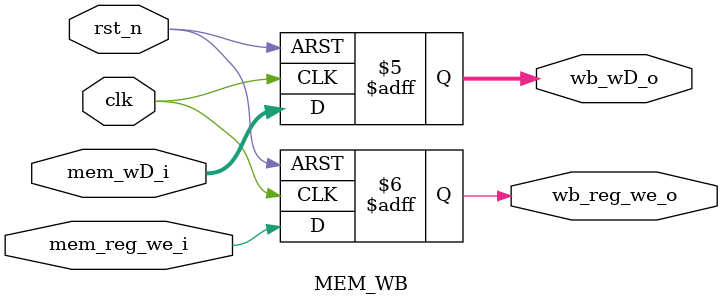
<source format=v>
module MEM_WB(
  input wire clk,
  input wire rst_n,

  input wire mem_reg_we_i,
  input wire [31:0] mem_wD_i,

  output reg wb_reg_we_o,
  output reg [31:0] wb_wD_o
);

always @(posedge clk or negedge rst_n) begin
    if (~rst_n) begin
        wb_reg_we_o <= 1'h0;
    end
    else begin
        wb_reg_we_o <= mem_reg_we_i;
    end
end
always @(posedge clk or negedge rst_n) begin
    if (~rst_n) begin
        wb_wD_o <= 1'h0;
    end
    else begin
        wb_wD_o <= mem_wD_i;
    end
end

endmodule
</source>
